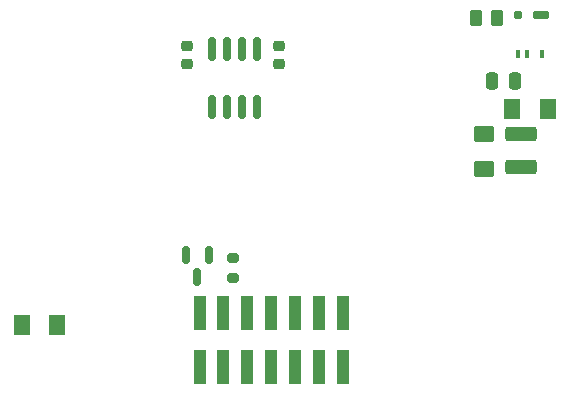
<source format=gbr>
%TF.GenerationSoftware,KiCad,Pcbnew,7.0.7*%
%TF.CreationDate,2023-11-04T15:45:33+01:00*%
%TF.ProjectId,LK-EU01_Smart_Socket_Base,4c4b2d45-5530-4315-9f53-6d6172745f53,rev?*%
%TF.SameCoordinates,Original*%
%TF.FileFunction,Paste,Top*%
%TF.FilePolarity,Positive*%
%FSLAX46Y46*%
G04 Gerber Fmt 4.6, Leading zero omitted, Abs format (unit mm)*
G04 Created by KiCad (PCBNEW 7.0.7) date 2023-11-04 15:45:33*
%MOMM*%
%LPD*%
G01*
G04 APERTURE LIST*
G04 Aperture macros list*
%AMRoundRect*
0 Rectangle with rounded corners*
0 $1 Rounding radius*
0 $2 $3 $4 $5 $6 $7 $8 $9 X,Y pos of 4 corners*
0 Add a 4 corners polygon primitive as box body*
4,1,4,$2,$3,$4,$5,$6,$7,$8,$9,$2,$3,0*
0 Add four circle primitives for the rounded corners*
1,1,$1+$1,$2,$3*
1,1,$1+$1,$4,$5*
1,1,$1+$1,$6,$7*
1,1,$1+$1,$8,$9*
0 Add four rect primitives between the rounded corners*
20,1,$1+$1,$2,$3,$4,$5,0*
20,1,$1+$1,$4,$5,$6,$7,0*
20,1,$1+$1,$6,$7,$8,$9,0*
20,1,$1+$1,$8,$9,$2,$3,0*%
G04 Aperture macros list end*
%ADD10R,1.000000X3.000000*%
%ADD11RoundRect,0.250001X0.462499X0.624999X-0.462499X0.624999X-0.462499X-0.624999X0.462499X-0.624999X0*%
%ADD12RoundRect,0.200000X0.275000X-0.200000X0.275000X0.200000X-0.275000X0.200000X-0.275000X-0.200000X0*%
%ADD13RoundRect,0.150000X-0.150000X0.587500X-0.150000X-0.587500X0.150000X-0.587500X0.150000X0.587500X0*%
%ADD14RoundRect,0.250000X1.075000X-0.375000X1.075000X0.375000X-1.075000X0.375000X-1.075000X-0.375000X0*%
%ADD15RoundRect,0.225000X0.250000X-0.225000X0.250000X0.225000X-0.250000X0.225000X-0.250000X-0.225000X0*%
%ADD16RoundRect,0.162500X0.162500X-0.187500X0.162500X0.187500X-0.162500X0.187500X-0.162500X-0.187500X0*%
%ADD17RoundRect,0.175000X0.500000X-0.175000X0.500000X0.175000X-0.500000X0.175000X-0.500000X-0.175000X0*%
%ADD18RoundRect,0.100000X0.100000X-0.250000X0.100000X0.250000X-0.100000X0.250000X-0.100000X-0.250000X0*%
%ADD19RoundRect,0.150000X0.150000X-0.825000X0.150000X0.825000X-0.150000X0.825000X-0.150000X-0.825000X0*%
%ADD20RoundRect,0.250001X-0.462499X-0.624999X0.462499X-0.624999X0.462499X0.624999X-0.462499X0.624999X0*%
%ADD21RoundRect,0.250000X0.250000X0.475000X-0.250000X0.475000X-0.250000X-0.475000X0.250000X-0.475000X0*%
%ADD22RoundRect,0.250000X0.262500X0.450000X-0.262500X0.450000X-0.262500X-0.450000X0.262500X-0.450000X0*%
%ADD23RoundRect,0.250001X-0.624999X0.462499X-0.624999X-0.462499X0.624999X-0.462499X0.624999X0.462499X0*%
G04 APERTURE END LIST*
D10*
%TO.C,U1*%
X129040000Y-125970000D03*
X131060000Y-125970000D03*
X133080000Y-125970000D03*
X135100000Y-125970000D03*
X137120000Y-125970000D03*
X139140000Y-125970000D03*
X141160000Y-125970000D03*
X141160000Y-121400000D03*
X139140000Y-121400000D03*
X137120000Y-121400000D03*
X135100000Y-121400000D03*
X133080000Y-121400000D03*
X131060000Y-121400000D03*
X129040000Y-121400000D03*
%TD*%
D11*
%TO.C,HLD1*%
X114002500Y-122440000D03*
X116977500Y-122440000D03*
%TD*%
D12*
%TO.C,RR1*%
X131850000Y-116790000D03*
X131850000Y-118440000D03*
%TD*%
D13*
%TO.C,RQ1*%
X128850000Y-118357500D03*
X127900000Y-116482500D03*
X129800000Y-116482500D03*
%TD*%
D14*
%TO.C,HLL1*%
X156260000Y-106220000D03*
X156260000Y-109020000D03*
%TD*%
D15*
%TO.C,EC1*%
X127956750Y-98775000D03*
X127956750Y-100325000D03*
%TD*%
D16*
%TO.C,U3*%
X155990000Y-96210000D03*
D17*
X157970000Y-96200000D03*
D18*
X158040000Y-99510000D03*
X156790000Y-99510000D03*
X155980000Y-99510000D03*
%TD*%
D19*
%TO.C,ACS1*%
X130096750Y-99040000D03*
X131366750Y-99040000D03*
X132636750Y-99040000D03*
X133906750Y-99040000D03*
X133906750Y-103990000D03*
X132636750Y-103990000D03*
X131366750Y-103990000D03*
X130096750Y-103990000D03*
%TD*%
D20*
%TO.C,ACPWR3*%
X158500000Y-104100000D03*
X155525000Y-104100000D03*
%TD*%
D21*
%TO.C,AC3*%
X153820000Y-101800000D03*
X155720000Y-101800000D03*
%TD*%
D22*
%TO.C,BPR1*%
X152437500Y-96400000D03*
X154262500Y-96400000D03*
%TD*%
D15*
%TO.C,EC2*%
X135786750Y-98805000D03*
X135786750Y-100355000D03*
%TD*%
D23*
%TO.C,ACPWR2*%
X153160000Y-109210000D03*
X153160000Y-106235000D03*
%TD*%
M02*

</source>
